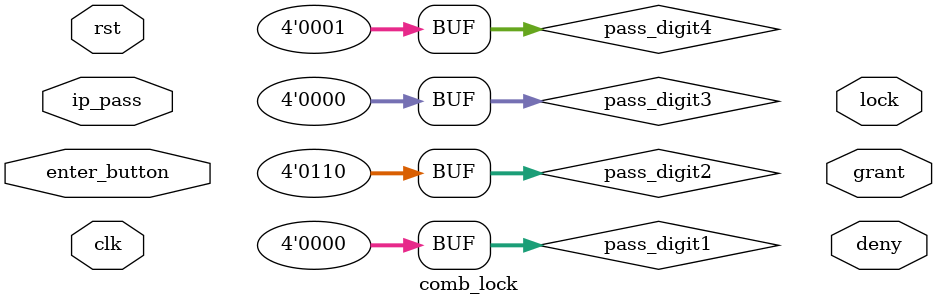
<source format=v>
module comb_lock(
    input clk, rst,enter_button,
    input [3:0] ip_pass,        // user input: 4-digit passcode
    output reg grant, deny, lock
);


parameter IDLE=3'd0, 
CHECK_1=3'd1, 
CHECK_2=3'd2, 
CHECK_3=3'd3, 
CHECK_4=3'd4,
GRANT=3'd5, 
DENY=3'd6, 
LOCK=3'd7;

reg [2:0] current_state, next_state;
localparam [15:0] STORED_PASS = 16'd1537;
reg [1:0] count;
wire [3:0] pass_digit1 = STORED_PASS[15:12]; // 1
wire [3:0] pass_digit2 = STORED_PASS[11:8];  // 5
wire [3:0] pass_digit3 = STORED_PASS[7:4];   // 3
wire [3:0] pass_digit4 = STORED_PASS[3:0];   // 7

always @(posedge clk or posedge rst) begin
        if (rst)
            current_state <= IDLE;
        else
            current_state <= next_state;
    end
    
 // Next-state logic
 always@(*)begin
 case (current_state)
    IDLE: begin
    if(enter_button) 
        next_state =CHECK_1;
    else next_state= IDLE;
    end
    CHECK_1: begin
    if (ip_pass == pass_digit1) next_state = CHECK_2;
         else next_state = DENY;
    end
    CHECK_2: begin
    if (ip_pass == pass_digit2) next_state = CHECK_3;
         else next_state = DENY;
    end
    CHECK_3: begin
    if (ip_pass == pass_digit3) next_state = CHECK_4;
         else next_state = DENY;
    end
    CHECK_4: begin
    if (ip_pass == pass_digit4) next_state = GRANT;
         else next_state = DENY;
    end
    GRANT: 
    next_state= IDLE;
    DENY:    next_state = IDLE;  
    LOCK:    next_state = IDLE;  

    default: next_state = IDLE;
        endcase
        end
        
endmodule

</source>
